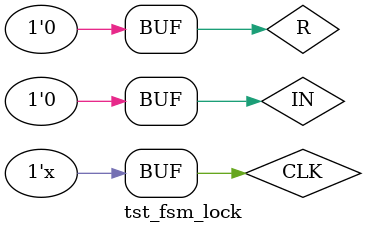
<source format=v>


module lock_mealys (INPUT, RESET, CLK,LockSys,Alarm);
	
	input INPUT, RESET, CLK;
	output LockSys,Alarm;
	reg LockSys,Alarm;
	
	parameter s0 = 0, s1= 1, s2 = 2,s3=3;
	reg [1:0] PS, NS;

	always @(posedge CLK,RESET)
		if (RESET)
			PS <= s0;
		else
			PS <= NS;
			
	always @(PS or INPUT)
		case (PS)
			s0: 
			begin
			Lock=INPUT? 0:0;
			Alarm=INPUT? 1:0;
			NS = INPUT?s0:s1;
			end
			
			s1: 
			begin
			Lock=INPUT? 0:0;
			Alarm=INPUT? 0:1;
			NS = INPUT?s2:s0;
			end
			
			s2: 
			begin
			Lock=INPUT? 0:1;
			Alarm= INPUT? 1:0;
			NS = INPUT?s0:s3;
			end
			
			s3: 
			begin
			Lock=INPUT? 0:0;
			Alarm=INPUT? 0:0;
			NS = INPUT? s0:s0;
			end
			
		endcase

endmodule

module tst_fsm_lock;

	reg IN,R,CLK;
	wire Lock,Alarm;
	
	fsm_lock_mealys fl(IN, R, CLK,Lock,Alarm);
	
	initial	begin
	CLK = 0;
	 IN = 0;
	#10 IN  = 1;	
	#20 IN  = 0;	
	#20 IN  = 0; 
	#20 IN  = 1;
	#20 IN  = 0;
	#20 IN  = 0;
	
	end
	
	initial	begin		
		R = 1;
		#10 R = 0;	
		#40 R=1;
		#10 R=0	;	
	end			
	
	always 
		#10 CLK = ~CLK;	
		
	initial
	$monitor($time, "  ->  IN=%b,  Lock=%b , Alarm=%b , Reset=%b", IN,Lock, Alarm, R);
		
endmodule










</source>
